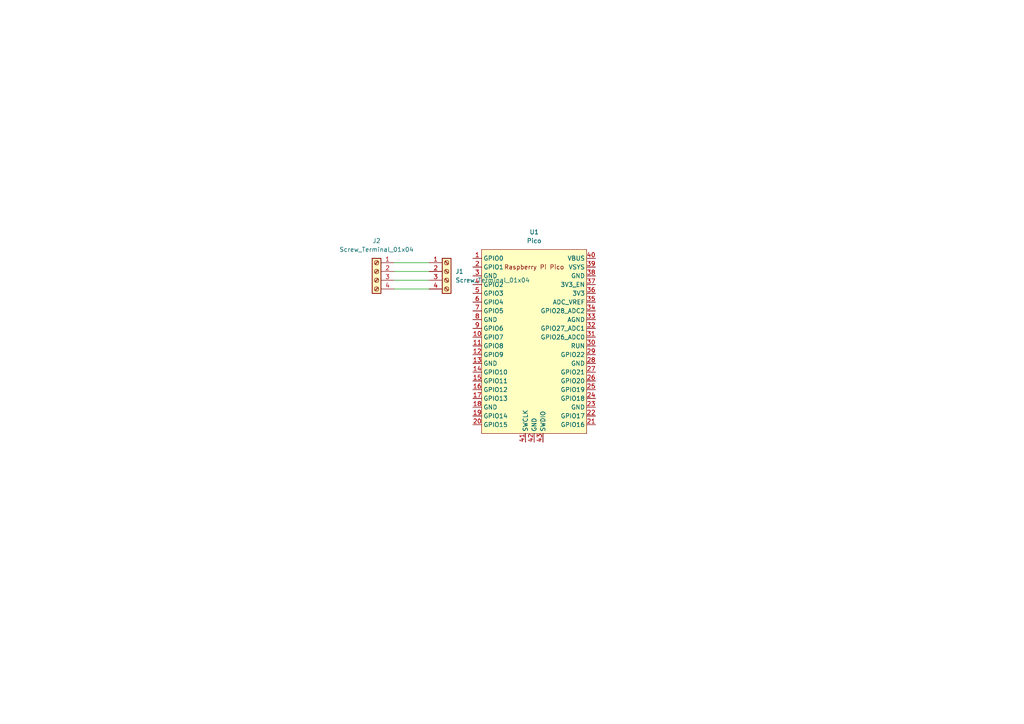
<source format=kicad_sch>
(kicad_sch (version 20230121) (generator eeschema)
  (paper "A4")
  (lib_symbols
    (symbol "Connector:Screw_Terminal_01x04" (pin_names (offset 1.016) hide)
      (property "Reference" "J" (at 0 5.08 0))
      (property "Value" "Screw_Terminal_01x04" (at 0 -7.62 0))
      (symbol "Screw_Terminal_01x04_1_1"
        (rectangle (start -1.27 3.81) (end 1.27 -6.35) (stroke (width 0.254)) (fill (type background)))
        (circle (center 0 -5.08) (radius 0.635) (stroke (width 0.1524)))
        (circle (center 0 -2.54) (radius 0.635) (stroke (width 0.1524)))
        (polyline (pts (xy -0.5334 -4.7498) (xy 0.3302 -5.588)) (stroke (width 0.1524)))
        (polyline (pts (xy -0.5334 -2.2098) (xy 0.3302 -3.048)) (stroke (width 0.1524)))
        (polyline (pts (xy -0.5334 0.3302) (xy 0.3302 -0.508)) (stroke (width 0.1524)))
        (polyline (pts (xy -0.5334 2.8702) (xy 0.3302 2.032)) (stroke (width 0.1524)))
        (polyline (pts (xy -0.3556 -4.572) (xy 0.508 -5.4102)) (stroke (width 0.1524)))
        (polyline (pts (xy -0.3556 -2.032) (xy 0.508 -2.8702)) (stroke (width 0.1524)))
        (polyline (pts (xy -0.3556 0.508) (xy 0.508 -0.3302)) (stroke (width 0.1524)))
        (polyline (pts (xy -0.3556 3.048) (xy 0.508 2.2098)) (stroke (width 0.1524)))
        (circle (center 0 0) (radius 0.635) (stroke (width 0.1524)))
        (circle (center 0 2.54) (radius 0.635) (stroke (width 0.1524)))
        (pin passive line (at -5.08 2.54 0) (length 3.81) (name "Pin_1") (number "1"))
        (pin passive line (at -5.08 0 0) (length 3.81) (name "Pin_2") (number "2"))
        (pin passive line (at -5.08 -2.54 0) (length 3.81) (name "Pin_3") (number "3"))
        (pin passive line (at -5.08 -5.08 0) (length 3.81) (name "Pin_4") (number "4"))
      )
    )
    (symbol "Kicad-RP-Pico:Pico"
      (property "Reference" "U" (at -13.97 27.94 0))
      (property "Value" "Pico" (at 0 19.05 0))
      (symbol "Pico_0_0"
        (text "Raspberry Pi Pico" (at 0 21.59 0) (effects (font (size 1.27 1.27))))
      )
      (symbol "Pico_0_1"
        (rectangle (start -15.24 26.67) (end 15.24 -26.67) (fill (type background)))
      )
      (symbol "Pico_1_1"
        (pin bidirectional line (at -17.78 24.13 0) (length 2.54) (name "GPIO0") (number "1"))
        (pin bidirectional line (at -17.78 1.27 0) (length 2.54) (name "GPIO7") (number "10"))
        (pin bidirectional line (at -17.78 -1.27 0) (length 2.54) (name "GPIO8") (number "11"))
        (pin bidirectional line (at -17.78 -3.81 0) (length 2.54) (name "GPIO9") (number "12"))
        (pin power_in line (at -17.78 -6.35 0) (length 2.54) (name "GND") (number "13"))
        (pin bidirectional line (at -17.78 -8.89 0) (length 2.54) (name "GPIO10") (number "14"))
        (pin bidirectional line (at -17.78 -11.43 0) (length 2.54) (name "GPIO11") (number "15"))
        (pin bidirectional line (at -17.78 -13.97 0) (length 2.54) (name "GPIO12") (number "16"))
        (pin bidirectional line (at -17.78 -16.51 0) (length 2.54) (name "GPIO13") (number "17"))
        (pin power_in line (at -17.78 -19.05 0) (length 2.54) (name "GND") (number "18"))
        (pin bidirectional line (at -17.78 -21.59 0) (length 2.54) (name "GPIO14") (number "19"))
        (pin bidirectional line (at -17.78 21.59 0) (length 2.54) (name "GPIO1") (number "2"))
        (pin bidirectional line (at -17.78 -24.13 0) (length 2.54) (name "GPIO15") (number "20"))
        (pin bidirectional line (at 17.78 -24.13 180) (length 2.54) (name "GPIO16") (number "21"))
        (pin bidirectional line (at 17.78 -21.59 180) (length 2.54) (name "GPIO17") (number "22"))
        (pin power_in line (at 17.78 -19.05 180) (length 2.54) (name "GND") (number "23"))
        (pin bidirectional line (at 17.78 -16.51 180) (length 2.54) (name "GPIO18") (number "24"))
        (pin bidirectional line (at 17.78 -13.97 180) (length 2.54) (name "GPIO19") (number "25"))
        (pin bidirectional line (at 17.78 -11.43 180) (length 2.54) (name "GPIO20") (number "26"))
        (pin bidirectional line (at 17.78 -8.89 180) (length 2.54) (name "GPIO21") (number "27"))
        (pin power_in line (at 17.78 -6.35 180) (length 2.54) (name "GND") (number "28"))
        (pin bidirectional line (at 17.78 -3.81 180) (length 2.54) (name "GPIO22") (number "29"))
        (pin power_in line (at -17.78 19.05 0) (length 2.54) (name "GND") (number "3"))
        (pin input line (at 17.78 -1.27 180) (length 2.54) (name "RUN") (number "30"))
        (pin bidirectional line (at 17.78 1.27 180) (length 2.54) (name "GPIO26_ADC0") (number "31"))
        (pin bidirectional line (at 17.78 3.81 180) (length 2.54) (name "GPIO27_ADC1") (number "32"))
        (pin power_in line (at 17.78 6.35 180) (length 2.54) (name "AGND") (number "33"))
        (pin bidirectional line (at 17.78 8.89 180) (length 2.54) (name "GPIO28_ADC2") (number "34"))
        (pin power_in line (at 17.78 11.43 180) (length 2.54) (name "ADC_VREF") (number "35"))
        (pin power_in line (at 17.78 13.97 180) (length 2.54) (name "3V3") (number "36"))
        (pin input line (at 17.78 16.51 180) (length 2.54) (name "3V3_EN") (number "37"))
        (pin bidirectional line (at 17.78 19.05 180) (length 2.54) (name "GND") (number "38"))
        (pin power_in line (at 17.78 21.59 180) (length 2.54) (name "VSYS") (number "39"))
        (pin bidirectional line (at -17.78 16.51 0) (length 2.54) (name "GPIO2") (number "4"))
        (pin power_in line (at 17.78 24.13 180) (length 2.54) (name "VBUS") (number "40"))
        (pin input line (at -2.54 -29.21 90) (length 2.54) (name "SWCLK") (number "41"))
        (pin power_in line (at 0 -29.21 90) (length 2.54) (name "GND") (number "42"))
        (pin bidirectional line (at 2.54 -29.21 90) (length 2.54) (name "SWDIO") (number "43"))
        (pin bidirectional line (at -17.78 13.97 0) (length 2.54) (name "GPIO3") (number "5"))
        (pin bidirectional line (at -17.78 11.43 0) (length 2.54) (name "GPIO4") (number "6"))
        (pin bidirectional line (at -17.78 8.89 0) (length 2.54) (name "GPIO5") (number "7"))
        (pin power_in line (at -17.78 6.35 0) (length 2.54) (name "GND") (number "8"))
        (pin bidirectional line (at -17.78 3.81 0) (length 2.54) (name "GPIO6") (number "9"))
      )
    )
  )
  (wire (pts (xy 114.3 76.2) (xy 124.46 76.2)))
  (wire (pts (xy 114.3 81.28) (xy 124.46 81.28)))
  (wire (pts (xy 114.3 83.82) (xy 124.46 83.82)))
  (wire (pts (xy 114.3 78.74) (xy 124.46 78.74)))
  (symbol (lib_id "Connector:Screw_Terminal_01x04") (at 129.54 78.74 0) (unit 1)
    (property "Reference" "J1" (at 132.08 78.74 0) (effects (justify left)))
    (property "Value" "Screw_Terminal_01x04" (at 132.08 81.28 0) (effects (justify left)))
    (property "Footprint" "TerminalBlock_Phoenix:TerminalBlock_Phoenix_PT-1,5-4-3.5-H_1x04_P3.50mm_Horizontal" (effects hide))
  )
  (symbol (lib_id "Connector:Screw_Terminal_01x04") (at 109.22 78.74 0) (mirror y) (unit 1)
    (property "Reference" "J2" (at 109.22 69.85 0))
    (property "Value" "Screw_Terminal_01x04" (at 109.22 72.39 0))
    (property "Footprint" "TerminalBlock_Phoenix:TerminalBlock_Phoenix_PT-1,5-4-3.5-H_1x04_P3.50mm_Horizontal" (effects hide))
  )
  (symbol (lib_id "Kicad-RP-Pico:Pico") (at 154.94 99.06 0) (unit 1)
    (property "Reference" "U1" (at 154.94 67.31 0))
    (property "Value" "Pico" (at 154.94 69.85 0))
    (property "Footprint" "RPi_Pico:RPi_Pico_SMD_TH" (effects hide))
  )
)
</source>
